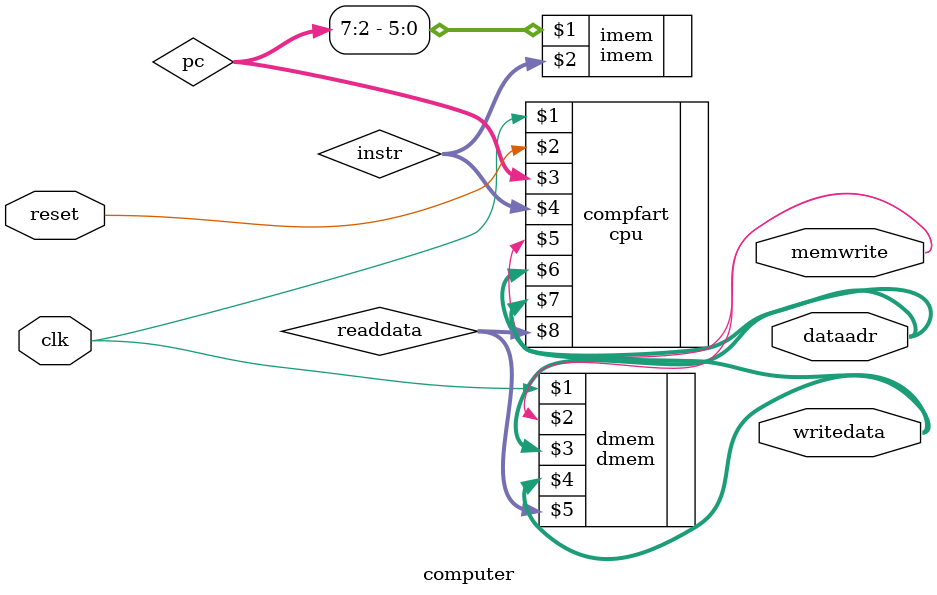
<source format=sv>
`ifndef COMPUTER
`define COMPUTER

`timescale 1ns/100ps

`include "../cpu/cpu.sv"
`include "../imem/imem.sv"
`include "../dmem/dmem.sv"

module computer
    #(parameter n = 32)(
    //
    // ---------------- PORT DEFINITIONS ----------------
    //
    input  logic           clk, reset, 
        output logic [15:0] writedata, dataadr, 
    output logic           memwrite
);
    //
    // ---------------- MODULE DESIGN IMPLEMENTATION ----------------
    //
    logic [15:0] pc, instr, readdata;

    // computer internal components

    // the RISC CPU
    cpu compfart(clk, reset, pc, instr, memwrite, dataadr, writedata, readdata);
    // the instruction memory ("text segment") in main memory
    imem imem(pc[7:2], instr);
    // the data memory ("data segment") in main memory
    dmem dmem(clk, memwrite, dataadr, writedata, readdata);

endmodule

`endif // COMPUTER

</source>
